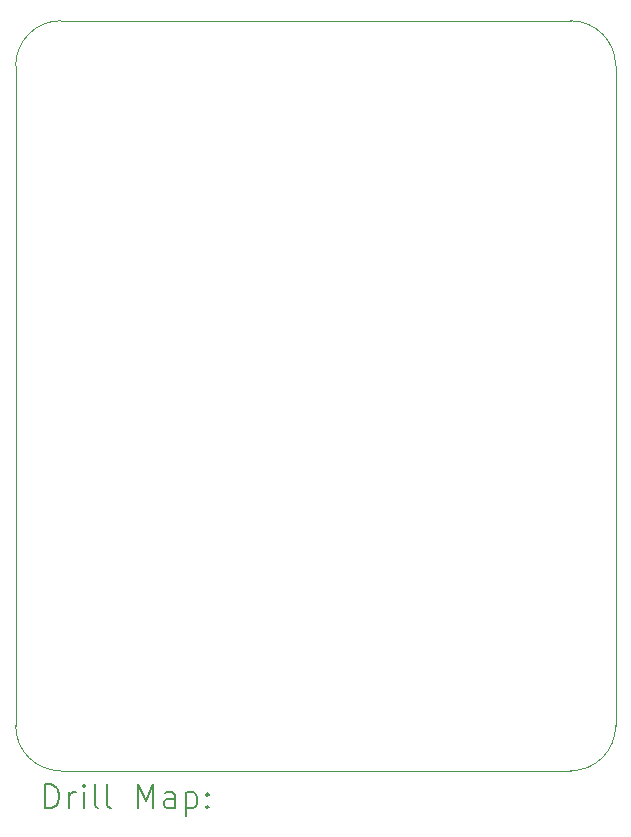
<source format=gbr>
%FSLAX45Y45*%
G04 Gerber Fmt 4.5, Leading zero omitted, Abs format (unit mm)*
G04 Created by KiCad (PCBNEW (6.0.1)) date 2022-02-15 00:41:12*
%MOMM*%
%LPD*%
G01*
G04 APERTURE LIST*
%TA.AperFunction,Profile*%
%ADD10C,0.100000*%
%TD*%
%ADD11C,0.200000*%
G04 APERTURE END LIST*
D10*
X11938000Y-8382000D02*
G75*
G03*
X11557000Y-8763000I0J-381000D01*
G01*
X11557000Y-14351000D02*
X11557000Y-9101700D01*
X16256000Y-8382000D02*
X11938000Y-8382000D01*
X11557000Y-8763000D02*
X11557000Y-9101700D01*
X16637000Y-8763000D02*
G75*
G03*
X16256000Y-8382000I-381000J0D01*
G01*
X16256000Y-14732000D02*
G75*
G03*
X16637000Y-14351000I0J381000D01*
G01*
X11557000Y-14351000D02*
G75*
G03*
X11938000Y-14732000I381000J0D01*
G01*
X16256000Y-14732000D02*
X11938000Y-14732000D01*
X16637000Y-14351000D02*
X16637000Y-8763000D01*
D11*
X11809619Y-15047476D02*
X11809619Y-14847476D01*
X11857238Y-14847476D01*
X11885809Y-14857000D01*
X11904857Y-14876048D01*
X11914381Y-14895095D01*
X11923905Y-14933190D01*
X11923905Y-14961762D01*
X11914381Y-14999857D01*
X11904857Y-15018905D01*
X11885809Y-15037952D01*
X11857238Y-15047476D01*
X11809619Y-15047476D01*
X12009619Y-15047476D02*
X12009619Y-14914143D01*
X12009619Y-14952238D02*
X12019143Y-14933190D01*
X12028667Y-14923667D01*
X12047714Y-14914143D01*
X12066762Y-14914143D01*
X12133428Y-15047476D02*
X12133428Y-14914143D01*
X12133428Y-14847476D02*
X12123905Y-14857000D01*
X12133428Y-14866524D01*
X12142952Y-14857000D01*
X12133428Y-14847476D01*
X12133428Y-14866524D01*
X12257238Y-15047476D02*
X12238190Y-15037952D01*
X12228667Y-15018905D01*
X12228667Y-14847476D01*
X12362000Y-15047476D02*
X12342952Y-15037952D01*
X12333428Y-15018905D01*
X12333428Y-14847476D01*
X12590571Y-15047476D02*
X12590571Y-14847476D01*
X12657238Y-14990333D01*
X12723905Y-14847476D01*
X12723905Y-15047476D01*
X12904857Y-15047476D02*
X12904857Y-14942714D01*
X12895333Y-14923667D01*
X12876286Y-14914143D01*
X12838190Y-14914143D01*
X12819143Y-14923667D01*
X12904857Y-15037952D02*
X12885809Y-15047476D01*
X12838190Y-15047476D01*
X12819143Y-15037952D01*
X12809619Y-15018905D01*
X12809619Y-14999857D01*
X12819143Y-14980809D01*
X12838190Y-14971286D01*
X12885809Y-14971286D01*
X12904857Y-14961762D01*
X13000095Y-14914143D02*
X13000095Y-15114143D01*
X13000095Y-14923667D02*
X13019143Y-14914143D01*
X13057238Y-14914143D01*
X13076286Y-14923667D01*
X13085809Y-14933190D01*
X13095333Y-14952238D01*
X13095333Y-15009381D01*
X13085809Y-15028428D01*
X13076286Y-15037952D01*
X13057238Y-15047476D01*
X13019143Y-15047476D01*
X13000095Y-15037952D01*
X13181048Y-15028428D02*
X13190571Y-15037952D01*
X13181048Y-15047476D01*
X13171524Y-15037952D01*
X13181048Y-15028428D01*
X13181048Y-15047476D01*
X13181048Y-14923667D02*
X13190571Y-14933190D01*
X13181048Y-14942714D01*
X13171524Y-14933190D01*
X13181048Y-14923667D01*
X13181048Y-14942714D01*
M02*

</source>
